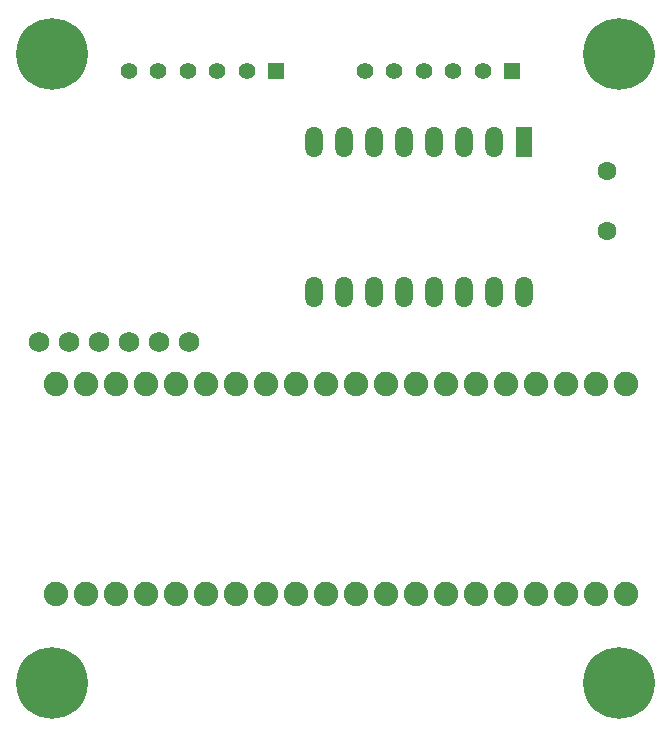
<source format=gts>
G04*
G04 #@! TF.GenerationSoftware,Altium Limited,Altium Designer,22.11.1 (43)*
G04*
G04 Layer_Color=8388736*
%FSLAX25Y25*%
%MOIN*%
G70*
G04*
G04 #@! TF.SameCoordinates,AF9D1AC7-D161-4756-986D-43FDA94486ED*
G04*
G04*
G04 #@! TF.FilePolarity,Negative*
G04*
G01*
G75*
%ADD14C,0.23921*%
%ADD15C,0.06299*%
%ADD16O,0.05799X0.10299*%
%ADD17R,0.05799X0.10299*%
%ADD18C,0.08173*%
%ADD19C,0.06799*%
%ADD20C,0.05512*%
%ADD21R,0.05512X0.05512*%
D14*
X188976Y-209646D02*
D03*
X0D02*
D03*
X188976Y0D02*
D03*
X0D02*
D03*
D15*
X185039Y-59055D02*
D03*
Y-39055D02*
D03*
D16*
X87480Y-79528D02*
D03*
X97480D02*
D03*
X107480D02*
D03*
X117480D02*
D03*
X127480D02*
D03*
X137480D02*
D03*
X147480D02*
D03*
X157480D02*
D03*
X87480Y-29528D02*
D03*
X97480D02*
D03*
X107480D02*
D03*
X117480D02*
D03*
X127480D02*
D03*
X137480D02*
D03*
X147480D02*
D03*
D17*
X157480D02*
D03*
D18*
X31300Y-180000D02*
D03*
X81300D02*
D03*
X71300D02*
D03*
X61300D02*
D03*
X51300D02*
D03*
X41300D02*
D03*
X101300D02*
D03*
X171300D02*
D03*
X161300D02*
D03*
X151300D02*
D03*
X141300D02*
D03*
X131300D02*
D03*
X121300D02*
D03*
X111300D02*
D03*
X1300D02*
D03*
X21300D02*
D03*
X11300D02*
D03*
X91300D02*
D03*
X191300D02*
D03*
X181300D02*
D03*
X1300Y-110000D02*
D03*
X11300D02*
D03*
X21300D02*
D03*
X31300D02*
D03*
X41300D02*
D03*
X51300D02*
D03*
X61300D02*
D03*
X71300D02*
D03*
X81300D02*
D03*
X91300D02*
D03*
X101300D02*
D03*
X111300D02*
D03*
X121300D02*
D03*
X131300D02*
D03*
X141300D02*
D03*
X151300D02*
D03*
X161300D02*
D03*
X171300D02*
D03*
X181300D02*
D03*
X191300D02*
D03*
D19*
X-4449Y-95965D02*
D03*
X5551D02*
D03*
X15551D02*
D03*
X25551D02*
D03*
X35551D02*
D03*
X45551D02*
D03*
D20*
X25591Y-5807D02*
D03*
X35433D02*
D03*
X45276D02*
D03*
X55118D02*
D03*
X64961D02*
D03*
X104331D02*
D03*
X114173D02*
D03*
X124016D02*
D03*
X133858D02*
D03*
X143701D02*
D03*
D21*
X74803D02*
D03*
X153543D02*
D03*
M02*

</source>
